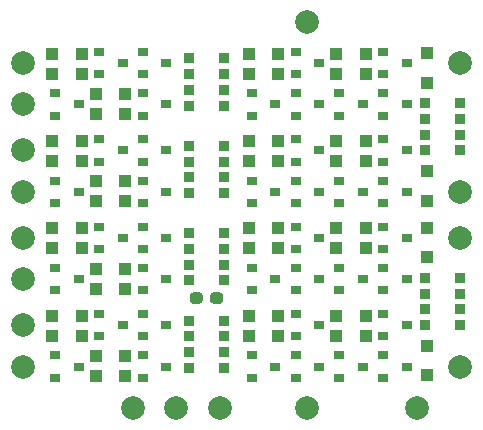
<source format=gts>
%TF.GenerationSoftware,KiCad,Pcbnew,(5.1.9)-1*%
%TF.CreationDate,2022-08-30T23:25:40+02:00*%
%TF.ProjectId,adder,61646465-722e-46b6-9963-61645f706362,rev?*%
%TF.SameCoordinates,Original*%
%TF.FileFunction,Soldermask,Top*%
%TF.FilePolarity,Negative*%
%FSLAX46Y46*%
G04 Gerber Fmt 4.6, Leading zero omitted, Abs format (unit mm)*
G04 Created by KiCad (PCBNEW (5.1.9)-1) date 2022-08-30 23:25:40*
%MOMM*%
%LPD*%
G01*
G04 APERTURE LIST*
%ADD10C,2.000000*%
%ADD11R,0.900000X0.900000*%
%ADD12R,0.900000X0.800000*%
%ADD13R,1.000000X1.000000*%
G04 APERTURE END LIST*
D10*
%TO.C,TP403*%
X188700000Y-82800000D03*
%TD*%
%TO.C,TP402*%
X151700000Y-82800000D03*
%TD*%
%TO.C,TP401*%
X151700000Y-86300000D03*
%TD*%
D11*
%TO.C,RN401*%
X168700000Y-85060000D03*
X168700000Y-86400000D03*
X168700000Y-82400000D03*
X168700000Y-83740000D03*
X165700000Y-85060000D03*
X165700000Y-83740000D03*
X165700000Y-86400000D03*
X165700000Y-82400000D03*
%TD*%
D12*
%TO.C,Q410*%
X173050000Y-86300000D03*
X171050000Y-87250000D03*
X171050000Y-85350000D03*
%TD*%
%TO.C,Q409*%
X160100000Y-82800000D03*
X158100000Y-83750000D03*
X158100000Y-81850000D03*
%TD*%
%TO.C,Q408*%
X156400000Y-86300000D03*
X154400000Y-87250000D03*
X154400000Y-85350000D03*
%TD*%
%TO.C,Q407*%
X184150000Y-86300000D03*
X182150000Y-87250000D03*
X182150000Y-85350000D03*
%TD*%
%TO.C,Q406*%
X180450000Y-86300000D03*
X178450000Y-87250000D03*
X178450000Y-85350000D03*
%TD*%
%TO.C,Q405*%
X176750000Y-86300000D03*
X174750000Y-87250000D03*
X174750000Y-85350000D03*
%TD*%
%TO.C,Q404*%
X176750000Y-82800000D03*
X174750000Y-83750000D03*
X174750000Y-81850000D03*
%TD*%
%TO.C,Q403*%
X163800000Y-82800000D03*
X161800000Y-83750000D03*
X161800000Y-81850000D03*
%TD*%
%TO.C,Q402*%
X163800000Y-86300000D03*
X161800000Y-87250000D03*
X161800000Y-85350000D03*
%TD*%
%TO.C,Q401*%
X184150000Y-82800000D03*
X182150000Y-83750000D03*
X182150000Y-81850000D03*
%TD*%
D13*
%TO.C,D409*%
X156650000Y-83700000D03*
X154150000Y-83700000D03*
%TD*%
%TO.C,D408*%
X154150000Y-82000000D03*
X156650000Y-82000000D03*
%TD*%
%TO.C,D407*%
X180700000Y-82000000D03*
X178200000Y-82000000D03*
%TD*%
%TO.C,D406*%
X180700000Y-83700000D03*
X178200000Y-83700000D03*
%TD*%
%TO.C,D405*%
X173300000Y-82000000D03*
X170800000Y-82000000D03*
%TD*%
%TO.C,D404*%
X173300000Y-83700000D03*
X170800000Y-83700000D03*
%TD*%
%TO.C,D403*%
X160350000Y-85400000D03*
X157850000Y-85400000D03*
%TD*%
%TO.C,D402*%
X160350000Y-87100000D03*
X157850000Y-87100000D03*
%TD*%
%TO.C,D401*%
X185900000Y-84450000D03*
X185900000Y-81950000D03*
%TD*%
D10*
%TO.C,TP303*%
X188700000Y-93700000D03*
%TD*%
%TO.C,TP302*%
X151700000Y-90200000D03*
%TD*%
%TO.C,TP301*%
X151700000Y-93700000D03*
%TD*%
D11*
%TO.C,RN301*%
X168700000Y-92460000D03*
X168700000Y-93800000D03*
X168700000Y-89800000D03*
X168700000Y-91140000D03*
X165700000Y-92460000D03*
X165700000Y-91140000D03*
X165700000Y-93800000D03*
X165700000Y-89800000D03*
%TD*%
%TO.C,RN2*%
X188700000Y-88860000D03*
X188700000Y-90200000D03*
X188700000Y-86200000D03*
X188700000Y-87540000D03*
X185700000Y-88860000D03*
X185700000Y-87540000D03*
X185700000Y-90200000D03*
X185700000Y-86200000D03*
%TD*%
D12*
%TO.C,Q310*%
X173050000Y-93700000D03*
X171050000Y-94650000D03*
X171050000Y-92750000D03*
%TD*%
%TO.C,Q309*%
X160100000Y-90200000D03*
X158100000Y-91150000D03*
X158100000Y-89250000D03*
%TD*%
%TO.C,Q308*%
X156400000Y-93700000D03*
X154400000Y-94650000D03*
X154400000Y-92750000D03*
%TD*%
%TO.C,Q307*%
X184150000Y-93700000D03*
X182150000Y-94650000D03*
X182150000Y-92750000D03*
%TD*%
%TO.C,Q306*%
X180450000Y-93700000D03*
X178450000Y-94650000D03*
X178450000Y-92750000D03*
%TD*%
%TO.C,Q305*%
X176750000Y-93700000D03*
X174750000Y-94650000D03*
X174750000Y-92750000D03*
%TD*%
%TO.C,Q304*%
X176750000Y-90200000D03*
X174750000Y-91150000D03*
X174750000Y-89250000D03*
%TD*%
%TO.C,Q303*%
X163800000Y-90200000D03*
X161800000Y-91150000D03*
X161800000Y-89250000D03*
%TD*%
%TO.C,Q302*%
X163800000Y-93700000D03*
X161800000Y-94650000D03*
X161800000Y-92750000D03*
%TD*%
%TO.C,Q301*%
X184150000Y-90200000D03*
X182150000Y-91150000D03*
X182150000Y-89250000D03*
%TD*%
D13*
%TO.C,D309*%
X156650000Y-91100000D03*
X154150000Y-91100000D03*
%TD*%
%TO.C,D308*%
X154150000Y-89400000D03*
X156650000Y-89400000D03*
%TD*%
%TO.C,D307*%
X180700000Y-89400000D03*
X178200000Y-89400000D03*
%TD*%
%TO.C,D306*%
X180700000Y-91100000D03*
X178200000Y-91100000D03*
%TD*%
%TO.C,D305*%
X173300000Y-89400000D03*
X170800000Y-89400000D03*
%TD*%
%TO.C,D304*%
X173300000Y-91100000D03*
X170800000Y-91100000D03*
%TD*%
%TO.C,D303*%
X160350000Y-92800000D03*
X157850000Y-92800000D03*
%TD*%
%TO.C,D302*%
X160350000Y-94500000D03*
X157850000Y-94500000D03*
%TD*%
%TO.C,D301*%
X185900000Y-91950000D03*
X185900000Y-94450000D03*
%TD*%
D10*
%TO.C,TP203*%
X188700000Y-97600000D03*
%TD*%
%TO.C,TP202*%
X151700000Y-97600000D03*
%TD*%
%TO.C,TP201*%
X151700000Y-101100000D03*
%TD*%
D11*
%TO.C,RN201*%
X168700000Y-99860000D03*
X168700000Y-101200000D03*
X168700000Y-97200000D03*
X168700000Y-98540000D03*
X165700000Y-99860000D03*
X165700000Y-98540000D03*
X165700000Y-101200000D03*
X165700000Y-97200000D03*
%TD*%
D12*
%TO.C,Q210*%
X173050000Y-101100000D03*
X171050000Y-102050000D03*
X171050000Y-100150000D03*
%TD*%
%TO.C,Q209*%
X160100000Y-97600000D03*
X158100000Y-98550000D03*
X158100000Y-96650000D03*
%TD*%
%TO.C,Q208*%
X156400000Y-101100000D03*
X154400000Y-102050000D03*
X154400000Y-100150000D03*
%TD*%
%TO.C,Q207*%
X184150000Y-101100000D03*
X182150000Y-102050000D03*
X182150000Y-100150000D03*
%TD*%
%TO.C,Q206*%
X180450000Y-101100000D03*
X178450000Y-102050000D03*
X178450000Y-100150000D03*
%TD*%
%TO.C,Q205*%
X176750000Y-101100000D03*
X174750000Y-102050000D03*
X174750000Y-100150000D03*
%TD*%
%TO.C,Q204*%
X176750000Y-97600000D03*
X174750000Y-98550000D03*
X174750000Y-96650000D03*
%TD*%
%TO.C,Q203*%
X163800000Y-97600000D03*
X161800000Y-98550000D03*
X161800000Y-96650000D03*
%TD*%
%TO.C,Q202*%
X163800000Y-101100000D03*
X161800000Y-102050000D03*
X161800000Y-100150000D03*
%TD*%
%TO.C,Q201*%
X184150000Y-97600000D03*
X182150000Y-98550000D03*
X182150000Y-96650000D03*
%TD*%
D13*
%TO.C,D209*%
X156650000Y-98500000D03*
X154150000Y-98500000D03*
%TD*%
%TO.C,D208*%
X154150000Y-96800000D03*
X156650000Y-96800000D03*
%TD*%
%TO.C,D207*%
X180700000Y-96800000D03*
X178200000Y-96800000D03*
%TD*%
%TO.C,D206*%
X180700000Y-98500000D03*
X178200000Y-98500000D03*
%TD*%
%TO.C,D205*%
X173300000Y-96800000D03*
X170800000Y-96800000D03*
%TD*%
%TO.C,D204*%
X173300000Y-98500000D03*
X170800000Y-98500000D03*
%TD*%
%TO.C,D203*%
X160350000Y-100200000D03*
X157850000Y-100200000D03*
%TD*%
%TO.C,D202*%
X160350000Y-101900000D03*
X157850000Y-101900000D03*
%TD*%
%TO.C,D201*%
X185900000Y-99250000D03*
X185900000Y-96750000D03*
%TD*%
%TO.C,D6*%
X180700000Y-104200000D03*
X178200000Y-104200000D03*
%TD*%
%TO.C,D4*%
X173300000Y-104200000D03*
X170800000Y-104200000D03*
%TD*%
D12*
%TO.C,Q2*%
X163800000Y-105000000D03*
X161800000Y-105950000D03*
X161800000Y-104050000D03*
%TD*%
D13*
%TO.C,D8*%
X156650000Y-105900000D03*
X154150000Y-105900000D03*
%TD*%
%TO.C,D7*%
X154150000Y-104200000D03*
X156650000Y-104200000D03*
%TD*%
%TO.C,D5*%
X180700000Y-105900000D03*
X178200000Y-105900000D03*
%TD*%
%TO.C,D3*%
X173300000Y-105900000D03*
X170800000Y-105900000D03*
%TD*%
%TO.C,D2*%
X160350000Y-107600000D03*
X157850000Y-107600000D03*
%TD*%
%TO.C,D1*%
X160350000Y-109300000D03*
X157850000Y-109300000D03*
%TD*%
%TO.C,D0*%
X185900000Y-106750000D03*
X185900000Y-109250000D03*
%TD*%
D10*
%TO.C,TP8*%
X168350000Y-112000000D03*
%TD*%
%TO.C,TP7*%
X164650000Y-112000000D03*
%TD*%
%TO.C,TP6*%
X160950000Y-112000000D03*
%TD*%
%TO.C,TP5*%
X175750000Y-79300000D03*
%TD*%
%TO.C,TP4*%
X175750000Y-112000000D03*
%TD*%
%TO.C,TP3*%
X188700000Y-108500000D03*
%TD*%
%TO.C,TP2*%
X151700000Y-105000000D03*
%TD*%
%TO.C,TP1*%
X151700000Y-108500000D03*
%TD*%
%TO.C,TP0*%
X185000000Y-112000000D03*
%TD*%
D11*
%TO.C,RN1*%
X188700000Y-103660000D03*
X188700000Y-105000000D03*
X188700000Y-101000000D03*
X188700000Y-102340000D03*
X185700000Y-103660000D03*
X185700000Y-102340000D03*
X185700000Y-105000000D03*
X185700000Y-101000000D03*
%TD*%
%TO.C,RN0*%
X168700000Y-107260000D03*
X168700000Y-108600000D03*
X168700000Y-104600000D03*
X168700000Y-105940000D03*
X165700000Y-107260000D03*
X165700000Y-105940000D03*
X165700000Y-108600000D03*
X165700000Y-104600000D03*
%TD*%
D12*
%TO.C,Q9*%
X173050000Y-108500000D03*
X171050000Y-109450000D03*
X171050000Y-107550000D03*
%TD*%
%TO.C,Q8*%
X160100000Y-105000000D03*
X158100000Y-105950000D03*
X158100000Y-104050000D03*
%TD*%
%TO.C,Q7*%
X156400000Y-108500000D03*
X154400000Y-109450000D03*
X154400000Y-107550000D03*
%TD*%
%TO.C,Q6*%
X184150000Y-108500000D03*
X182150000Y-109450000D03*
X182150000Y-107550000D03*
%TD*%
%TO.C,Q5*%
X180450000Y-108500000D03*
X178450000Y-109450000D03*
X178450000Y-107550000D03*
%TD*%
%TO.C,Q4*%
X176750000Y-108500000D03*
X174750000Y-109450000D03*
X174750000Y-107550000D03*
%TD*%
%TO.C,Q3*%
X176750000Y-105000000D03*
X174750000Y-105950000D03*
X174750000Y-104050000D03*
%TD*%
%TO.C,Q1*%
X163800000Y-108500000D03*
X161800000Y-109450000D03*
X161800000Y-107550000D03*
%TD*%
%TO.C,Q0*%
X184150000Y-105000000D03*
X182150000Y-105950000D03*
X182150000Y-104050000D03*
%TD*%
%TO.C,C0*%
G36*
G01*
X167525000Y-102937500D02*
X167525000Y-102462500D01*
G75*
G02*
X167762500Y-102225000I237500J0D01*
G01*
X168362500Y-102225000D01*
G75*
G02*
X168600000Y-102462500I0J-237500D01*
G01*
X168600000Y-102937500D01*
G75*
G02*
X168362500Y-103175000I-237500J0D01*
G01*
X167762500Y-103175000D01*
G75*
G02*
X167525000Y-102937500I0J237500D01*
G01*
G37*
G36*
G01*
X165800000Y-102937500D02*
X165800000Y-102462500D01*
G75*
G02*
X166037500Y-102225000I237500J0D01*
G01*
X166637500Y-102225000D01*
G75*
G02*
X166875000Y-102462500I0J-237500D01*
G01*
X166875000Y-102937500D01*
G75*
G02*
X166637500Y-103175000I-237500J0D01*
G01*
X166037500Y-103175000D01*
G75*
G02*
X165800000Y-102937500I0J237500D01*
G01*
G37*
%TD*%
M02*

</source>
